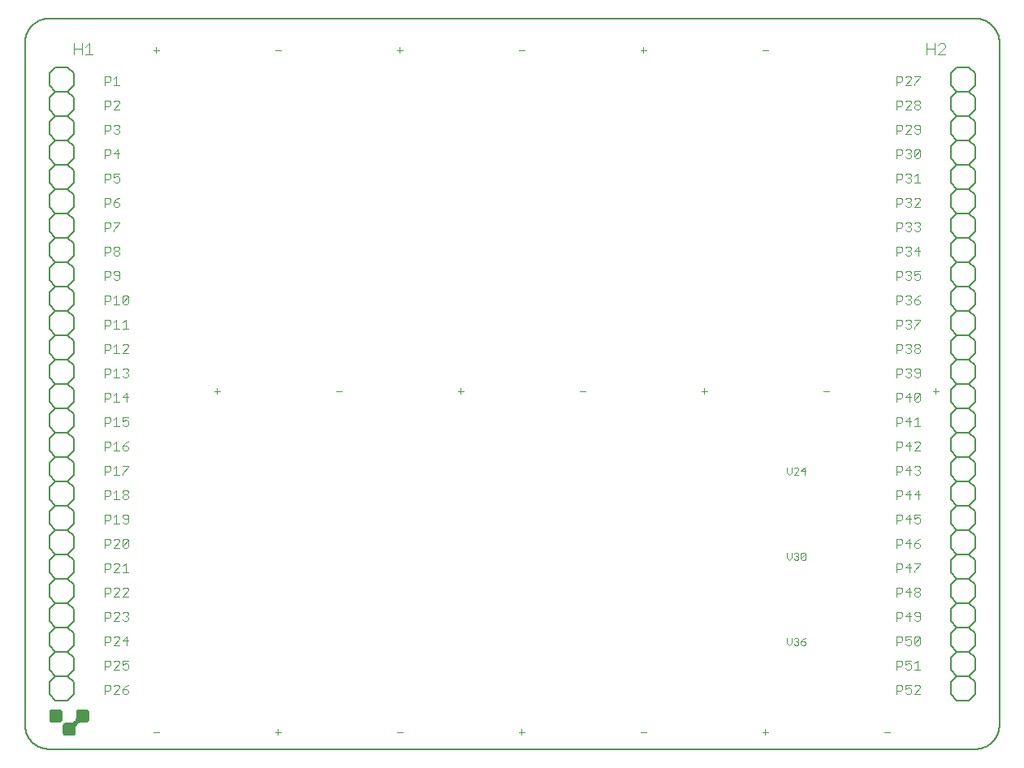
<source format=gto>
G75*
%MOIN*%
%OFA0B0*%
%FSLAX25Y25*%
%IPPOS*%
%LPD*%
%AMOC8*
5,1,8,0,0,1.08239X$1,22.5*
%
%ADD10C,0.00500*%
%ADD11C,0.00600*%
%ADD12C,0.00300*%
%ADD13C,0.00400*%
D10*
X0015000Y0005000D02*
X0395000Y0005000D01*
X0395242Y0005003D01*
X0395483Y0005012D01*
X0395724Y0005026D01*
X0395965Y0005047D01*
X0396205Y0005073D01*
X0396445Y0005105D01*
X0396684Y0005143D01*
X0396921Y0005186D01*
X0397158Y0005236D01*
X0397393Y0005291D01*
X0397627Y0005351D01*
X0397859Y0005418D01*
X0398090Y0005489D01*
X0398319Y0005567D01*
X0398546Y0005650D01*
X0398771Y0005738D01*
X0398994Y0005832D01*
X0399214Y0005931D01*
X0399432Y0006036D01*
X0399647Y0006145D01*
X0399860Y0006260D01*
X0400070Y0006380D01*
X0400276Y0006505D01*
X0400480Y0006635D01*
X0400681Y0006770D01*
X0400878Y0006910D01*
X0401072Y0007054D01*
X0401262Y0007203D01*
X0401448Y0007357D01*
X0401631Y0007515D01*
X0401810Y0007677D01*
X0401985Y0007844D01*
X0402156Y0008015D01*
X0402323Y0008190D01*
X0402485Y0008369D01*
X0402643Y0008552D01*
X0402797Y0008738D01*
X0402946Y0008928D01*
X0403090Y0009122D01*
X0403230Y0009319D01*
X0403365Y0009520D01*
X0403495Y0009724D01*
X0403620Y0009930D01*
X0403740Y0010140D01*
X0403855Y0010353D01*
X0403964Y0010568D01*
X0404069Y0010786D01*
X0404168Y0011006D01*
X0404262Y0011229D01*
X0404350Y0011454D01*
X0404433Y0011681D01*
X0404511Y0011910D01*
X0404582Y0012141D01*
X0404649Y0012373D01*
X0404709Y0012607D01*
X0404764Y0012842D01*
X0404814Y0013079D01*
X0404857Y0013316D01*
X0404895Y0013555D01*
X0404927Y0013795D01*
X0404953Y0014035D01*
X0404974Y0014276D01*
X0404988Y0014517D01*
X0404997Y0014758D01*
X0405000Y0015000D01*
X0405000Y0295000D01*
X0404997Y0295242D01*
X0404988Y0295483D01*
X0404974Y0295724D01*
X0404953Y0295965D01*
X0404927Y0296205D01*
X0404895Y0296445D01*
X0404857Y0296684D01*
X0404814Y0296921D01*
X0404764Y0297158D01*
X0404709Y0297393D01*
X0404649Y0297627D01*
X0404582Y0297859D01*
X0404511Y0298090D01*
X0404433Y0298319D01*
X0404350Y0298546D01*
X0404262Y0298771D01*
X0404168Y0298994D01*
X0404069Y0299214D01*
X0403964Y0299432D01*
X0403855Y0299647D01*
X0403740Y0299860D01*
X0403620Y0300070D01*
X0403495Y0300276D01*
X0403365Y0300480D01*
X0403230Y0300681D01*
X0403090Y0300878D01*
X0402946Y0301072D01*
X0402797Y0301262D01*
X0402643Y0301448D01*
X0402485Y0301631D01*
X0402323Y0301810D01*
X0402156Y0301985D01*
X0401985Y0302156D01*
X0401810Y0302323D01*
X0401631Y0302485D01*
X0401448Y0302643D01*
X0401262Y0302797D01*
X0401072Y0302946D01*
X0400878Y0303090D01*
X0400681Y0303230D01*
X0400480Y0303365D01*
X0400276Y0303495D01*
X0400070Y0303620D01*
X0399860Y0303740D01*
X0399647Y0303855D01*
X0399432Y0303964D01*
X0399214Y0304069D01*
X0398994Y0304168D01*
X0398771Y0304262D01*
X0398546Y0304350D01*
X0398319Y0304433D01*
X0398090Y0304511D01*
X0397859Y0304582D01*
X0397627Y0304649D01*
X0397393Y0304709D01*
X0397158Y0304764D01*
X0396921Y0304814D01*
X0396684Y0304857D01*
X0396445Y0304895D01*
X0396205Y0304927D01*
X0395965Y0304953D01*
X0395724Y0304974D01*
X0395483Y0304988D01*
X0395242Y0304997D01*
X0395000Y0305000D01*
X0015000Y0305000D01*
X0014758Y0304997D01*
X0014517Y0304988D01*
X0014276Y0304974D01*
X0014035Y0304953D01*
X0013795Y0304927D01*
X0013555Y0304895D01*
X0013316Y0304857D01*
X0013079Y0304814D01*
X0012842Y0304764D01*
X0012607Y0304709D01*
X0012373Y0304649D01*
X0012141Y0304582D01*
X0011910Y0304511D01*
X0011681Y0304433D01*
X0011454Y0304350D01*
X0011229Y0304262D01*
X0011006Y0304168D01*
X0010786Y0304069D01*
X0010568Y0303964D01*
X0010353Y0303855D01*
X0010140Y0303740D01*
X0009930Y0303620D01*
X0009724Y0303495D01*
X0009520Y0303365D01*
X0009319Y0303230D01*
X0009122Y0303090D01*
X0008928Y0302946D01*
X0008738Y0302797D01*
X0008552Y0302643D01*
X0008369Y0302485D01*
X0008190Y0302323D01*
X0008015Y0302156D01*
X0007844Y0301985D01*
X0007677Y0301810D01*
X0007515Y0301631D01*
X0007357Y0301448D01*
X0007203Y0301262D01*
X0007054Y0301072D01*
X0006910Y0300878D01*
X0006770Y0300681D01*
X0006635Y0300480D01*
X0006505Y0300276D01*
X0006380Y0300070D01*
X0006260Y0299860D01*
X0006145Y0299647D01*
X0006036Y0299432D01*
X0005931Y0299214D01*
X0005832Y0298994D01*
X0005738Y0298771D01*
X0005650Y0298546D01*
X0005567Y0298319D01*
X0005489Y0298090D01*
X0005418Y0297859D01*
X0005351Y0297627D01*
X0005291Y0297393D01*
X0005236Y0297158D01*
X0005186Y0296921D01*
X0005143Y0296684D01*
X0005105Y0296445D01*
X0005073Y0296205D01*
X0005047Y0295965D01*
X0005026Y0295724D01*
X0005012Y0295483D01*
X0005003Y0295242D01*
X0005000Y0295000D01*
X0005000Y0015000D01*
X0005003Y0014758D01*
X0005012Y0014517D01*
X0005026Y0014276D01*
X0005047Y0014035D01*
X0005073Y0013795D01*
X0005105Y0013555D01*
X0005143Y0013316D01*
X0005186Y0013079D01*
X0005236Y0012842D01*
X0005291Y0012607D01*
X0005351Y0012373D01*
X0005418Y0012141D01*
X0005489Y0011910D01*
X0005567Y0011681D01*
X0005650Y0011454D01*
X0005738Y0011229D01*
X0005832Y0011006D01*
X0005931Y0010786D01*
X0006036Y0010568D01*
X0006145Y0010353D01*
X0006260Y0010140D01*
X0006380Y0009930D01*
X0006505Y0009724D01*
X0006635Y0009520D01*
X0006770Y0009319D01*
X0006910Y0009122D01*
X0007054Y0008928D01*
X0007203Y0008738D01*
X0007357Y0008552D01*
X0007515Y0008369D01*
X0007677Y0008190D01*
X0007844Y0008015D01*
X0008015Y0007844D01*
X0008190Y0007677D01*
X0008369Y0007515D01*
X0008552Y0007357D01*
X0008738Y0007203D01*
X0008928Y0007054D01*
X0009122Y0006910D01*
X0009319Y0006770D01*
X0009520Y0006635D01*
X0009724Y0006505D01*
X0009930Y0006380D01*
X0010140Y0006260D01*
X0010353Y0006145D01*
X0010568Y0006036D01*
X0010786Y0005931D01*
X0011006Y0005832D01*
X0011229Y0005738D01*
X0011454Y0005650D01*
X0011681Y0005567D01*
X0011910Y0005489D01*
X0012141Y0005418D01*
X0012373Y0005351D01*
X0012607Y0005291D01*
X0012842Y0005236D01*
X0013079Y0005186D01*
X0013316Y0005143D01*
X0013555Y0005105D01*
X0013795Y0005073D01*
X0014035Y0005047D01*
X0014276Y0005026D01*
X0014517Y0005012D01*
X0014758Y0005003D01*
X0015000Y0005000D01*
D11*
X0017500Y0025000D02*
X0015000Y0027500D01*
X0015000Y0032500D01*
X0017500Y0035000D01*
X0022500Y0035000D01*
X0025000Y0032500D01*
X0025000Y0027500D01*
X0022500Y0025000D01*
X0017500Y0025000D01*
X0017500Y0035000D02*
X0015000Y0037500D01*
X0015000Y0042500D01*
X0017500Y0045000D01*
X0015000Y0047500D01*
X0015000Y0052500D01*
X0017500Y0055000D01*
X0015000Y0057500D01*
X0015000Y0062500D01*
X0017500Y0065000D01*
X0015000Y0067500D01*
X0015000Y0072500D01*
X0017500Y0075000D01*
X0022500Y0075000D01*
X0025000Y0072500D01*
X0025000Y0067500D01*
X0022500Y0065000D01*
X0025000Y0062500D01*
X0025000Y0057500D01*
X0022500Y0055000D01*
X0025000Y0052500D01*
X0025000Y0047500D01*
X0022500Y0045000D01*
X0025000Y0042500D01*
X0025000Y0037500D01*
X0022500Y0035000D01*
X0022500Y0045000D02*
X0017500Y0045000D01*
X0017500Y0055000D02*
X0022500Y0055000D01*
X0022500Y0065000D02*
X0017500Y0065000D01*
X0017500Y0075000D02*
X0015000Y0077500D01*
X0015000Y0082500D01*
X0017500Y0085000D01*
X0015000Y0087500D01*
X0015000Y0092500D01*
X0017500Y0095000D01*
X0015000Y0097500D01*
X0015000Y0102500D01*
X0017500Y0105000D01*
X0015000Y0107500D01*
X0015000Y0112500D01*
X0017500Y0115000D01*
X0015000Y0117500D01*
X0015000Y0122500D01*
X0017500Y0125000D01*
X0015000Y0127500D01*
X0015000Y0132500D01*
X0017500Y0135000D01*
X0022500Y0135000D01*
X0025000Y0132500D01*
X0025000Y0127500D01*
X0022500Y0125000D01*
X0025000Y0122500D01*
X0025000Y0117500D01*
X0022500Y0115000D01*
X0017500Y0115000D01*
X0022500Y0115000D02*
X0025000Y0112500D01*
X0025000Y0107500D01*
X0022500Y0105000D01*
X0025000Y0102500D01*
X0025000Y0097500D01*
X0022500Y0095000D01*
X0025000Y0092500D01*
X0025000Y0087500D01*
X0022500Y0085000D01*
X0025000Y0082500D01*
X0025000Y0077500D01*
X0022500Y0075000D01*
X0022500Y0085000D02*
X0017500Y0085000D01*
X0017500Y0095000D02*
X0022500Y0095000D01*
X0022500Y0105000D02*
X0017500Y0105000D01*
X0017500Y0125000D02*
X0022500Y0125000D01*
X0022500Y0135000D02*
X0025000Y0137500D01*
X0025000Y0142500D01*
X0022500Y0145000D01*
X0025000Y0147500D01*
X0025000Y0152500D01*
X0022500Y0155000D01*
X0017500Y0155000D01*
X0015000Y0152500D01*
X0015000Y0147500D01*
X0017500Y0145000D01*
X0022500Y0145000D01*
X0017500Y0145000D02*
X0015000Y0142500D01*
X0015000Y0137500D01*
X0017500Y0135000D01*
X0017500Y0155000D02*
X0015000Y0157500D01*
X0015000Y0162500D01*
X0017500Y0165000D01*
X0015000Y0167500D01*
X0015000Y0172500D01*
X0017500Y0175000D01*
X0015000Y0177500D01*
X0015000Y0182500D01*
X0017500Y0185000D01*
X0015000Y0187500D01*
X0015000Y0192500D01*
X0017500Y0195000D01*
X0022500Y0195000D01*
X0025000Y0192500D01*
X0025000Y0187500D01*
X0022500Y0185000D01*
X0025000Y0182500D01*
X0025000Y0177500D01*
X0022500Y0175000D01*
X0025000Y0172500D01*
X0025000Y0167500D01*
X0022500Y0165000D01*
X0025000Y0162500D01*
X0025000Y0157500D01*
X0022500Y0155000D01*
X0022500Y0165000D02*
X0017500Y0165000D01*
X0017500Y0175000D02*
X0022500Y0175000D01*
X0022500Y0185000D02*
X0017500Y0185000D01*
X0017500Y0195000D02*
X0015000Y0197500D01*
X0015000Y0202500D01*
X0017500Y0205000D01*
X0015000Y0207500D01*
X0015000Y0212500D01*
X0017500Y0215000D01*
X0022500Y0215000D01*
X0025000Y0212500D01*
X0025000Y0207500D01*
X0022500Y0205000D01*
X0025000Y0202500D01*
X0025000Y0197500D01*
X0022500Y0195000D01*
X0022500Y0205000D02*
X0017500Y0205000D01*
X0017500Y0215000D02*
X0015000Y0217500D01*
X0015000Y0222500D01*
X0017500Y0225000D01*
X0015000Y0227500D01*
X0015000Y0232500D01*
X0017500Y0235000D01*
X0015000Y0237500D01*
X0015000Y0242500D01*
X0017500Y0245000D01*
X0015000Y0247500D01*
X0015000Y0252500D01*
X0017500Y0255000D01*
X0022500Y0255000D01*
X0025000Y0257500D01*
X0025000Y0262500D01*
X0022500Y0265000D01*
X0025000Y0267500D01*
X0025000Y0272500D01*
X0022500Y0275000D01*
X0025000Y0277500D01*
X0025000Y0282500D01*
X0022500Y0285000D01*
X0017500Y0285000D01*
X0015000Y0282500D01*
X0015000Y0277500D01*
X0017500Y0275000D01*
X0022500Y0275000D01*
X0017500Y0275000D02*
X0015000Y0272500D01*
X0015000Y0267500D01*
X0017500Y0265000D01*
X0022500Y0265000D01*
X0017500Y0265000D02*
X0015000Y0262500D01*
X0015000Y0257500D01*
X0017500Y0255000D01*
X0022500Y0255000D02*
X0025000Y0252500D01*
X0025000Y0247500D01*
X0022500Y0245000D01*
X0025000Y0242500D01*
X0025000Y0237500D01*
X0022500Y0235000D01*
X0025000Y0232500D01*
X0025000Y0227500D01*
X0022500Y0225000D01*
X0025000Y0222500D01*
X0025000Y0217500D01*
X0022500Y0215000D01*
X0022500Y0225000D02*
X0017500Y0225000D01*
X0017500Y0235000D02*
X0022500Y0235000D01*
X0022500Y0245000D02*
X0017500Y0245000D01*
X0385000Y0242500D02*
X0385000Y0237500D01*
X0387500Y0235000D01*
X0392500Y0235000D01*
X0395000Y0237500D01*
X0395000Y0242500D01*
X0392500Y0245000D01*
X0387500Y0245000D01*
X0385000Y0242500D01*
X0387500Y0245000D02*
X0385000Y0247500D01*
X0385000Y0252500D01*
X0387500Y0255000D01*
X0385000Y0257500D01*
X0385000Y0262500D01*
X0387500Y0265000D01*
X0385000Y0267500D01*
X0385000Y0272500D01*
X0387500Y0275000D01*
X0385000Y0277500D01*
X0385000Y0282500D01*
X0387500Y0285000D01*
X0392500Y0285000D01*
X0395000Y0282500D01*
X0395000Y0277500D01*
X0392500Y0275000D01*
X0387500Y0275000D01*
X0392500Y0275000D02*
X0395000Y0272500D01*
X0395000Y0267500D01*
X0392500Y0265000D01*
X0395000Y0262500D01*
X0395000Y0257500D01*
X0392500Y0255000D01*
X0395000Y0252500D01*
X0395000Y0247500D01*
X0392500Y0245000D01*
X0392500Y0255000D02*
X0387500Y0255000D01*
X0387500Y0265000D02*
X0392500Y0265000D01*
X0392500Y0235000D02*
X0395000Y0232500D01*
X0395000Y0227500D01*
X0392500Y0225000D01*
X0395000Y0222500D01*
X0395000Y0217500D01*
X0392500Y0215000D01*
X0395000Y0212500D01*
X0395000Y0207500D01*
X0392500Y0205000D01*
X0395000Y0202500D01*
X0395000Y0197500D01*
X0392500Y0195000D01*
X0395000Y0192500D01*
X0395000Y0187500D01*
X0392500Y0185000D01*
X0395000Y0182500D01*
X0395000Y0177500D01*
X0392500Y0175000D01*
X0387500Y0175000D01*
X0385000Y0177500D01*
X0385000Y0182500D01*
X0387500Y0185000D01*
X0385000Y0187500D01*
X0385000Y0192500D01*
X0387500Y0195000D01*
X0392500Y0195000D01*
X0387500Y0195000D02*
X0385000Y0197500D01*
X0385000Y0202500D01*
X0387500Y0205000D01*
X0385000Y0207500D01*
X0385000Y0212500D01*
X0387500Y0215000D01*
X0385000Y0217500D01*
X0385000Y0222500D01*
X0387500Y0225000D01*
X0385000Y0227500D01*
X0385000Y0232500D01*
X0387500Y0235000D01*
X0387500Y0225000D02*
X0392500Y0225000D01*
X0392500Y0215000D02*
X0387500Y0215000D01*
X0387500Y0205000D02*
X0392500Y0205000D01*
X0392500Y0185000D02*
X0387500Y0185000D01*
X0387500Y0175000D02*
X0385000Y0172500D01*
X0385000Y0167500D01*
X0387500Y0165000D01*
X0385000Y0162500D01*
X0385000Y0157500D01*
X0387500Y0155000D01*
X0392500Y0155000D01*
X0395000Y0157500D01*
X0395000Y0162500D01*
X0392500Y0165000D01*
X0387500Y0165000D01*
X0392500Y0165000D02*
X0395000Y0167500D01*
X0395000Y0172500D01*
X0392500Y0175000D01*
X0392500Y0155000D02*
X0395000Y0152500D01*
X0395000Y0147500D01*
X0392500Y0145000D01*
X0395000Y0142500D01*
X0395000Y0137500D01*
X0392500Y0135000D01*
X0395000Y0132500D01*
X0395000Y0127500D01*
X0392500Y0125000D01*
X0395000Y0122500D01*
X0395000Y0117500D01*
X0392500Y0115000D01*
X0387500Y0115000D01*
X0385000Y0117500D01*
X0385000Y0122500D01*
X0387500Y0125000D01*
X0385000Y0127500D01*
X0385000Y0132500D01*
X0387500Y0135000D01*
X0385000Y0137500D01*
X0385000Y0142500D01*
X0387500Y0145000D01*
X0385000Y0147500D01*
X0385000Y0152500D01*
X0387500Y0155000D01*
X0387500Y0145000D02*
X0392500Y0145000D01*
X0392500Y0135000D02*
X0387500Y0135000D01*
X0387500Y0125000D02*
X0392500Y0125000D01*
X0392500Y0115000D02*
X0395000Y0112500D01*
X0395000Y0107500D01*
X0392500Y0105000D01*
X0395000Y0102500D01*
X0395000Y0097500D01*
X0392500Y0095000D01*
X0387500Y0095000D01*
X0385000Y0097500D01*
X0385000Y0102500D01*
X0387500Y0105000D01*
X0385000Y0107500D01*
X0385000Y0112500D01*
X0387500Y0115000D01*
X0387500Y0105000D02*
X0392500Y0105000D01*
X0392500Y0095000D02*
X0395000Y0092500D01*
X0395000Y0087500D01*
X0392500Y0085000D01*
X0395000Y0082500D01*
X0395000Y0077500D01*
X0392500Y0075000D01*
X0395000Y0072500D01*
X0395000Y0067500D01*
X0392500Y0065000D01*
X0395000Y0062500D01*
X0395000Y0057500D01*
X0392500Y0055000D01*
X0387500Y0055000D01*
X0385000Y0052500D01*
X0385000Y0047500D01*
X0387500Y0045000D01*
X0385000Y0042500D01*
X0385000Y0037500D01*
X0387500Y0035000D01*
X0385000Y0032500D01*
X0385000Y0027500D01*
X0387500Y0025000D01*
X0392500Y0025000D01*
X0395000Y0027500D01*
X0395000Y0032500D01*
X0392500Y0035000D01*
X0387500Y0035000D01*
X0392500Y0035000D02*
X0395000Y0037500D01*
X0395000Y0042500D01*
X0392500Y0045000D01*
X0387500Y0045000D01*
X0392500Y0045000D02*
X0395000Y0047500D01*
X0395000Y0052500D01*
X0392500Y0055000D01*
X0387500Y0055000D02*
X0385000Y0057500D01*
X0385000Y0062500D01*
X0387500Y0065000D01*
X0385000Y0067500D01*
X0385000Y0072500D01*
X0387500Y0075000D01*
X0385000Y0077500D01*
X0385000Y0082500D01*
X0387500Y0085000D01*
X0385000Y0087500D01*
X0385000Y0092500D01*
X0387500Y0095000D01*
X0387500Y0085000D02*
X0392500Y0085000D01*
X0392500Y0075000D02*
X0387500Y0075000D01*
X0387500Y0065000D02*
X0392500Y0065000D01*
D12*
X0372485Y0068267D02*
X0371868Y0067650D01*
X0370633Y0067650D01*
X0370016Y0068267D01*
X0370016Y0068884D01*
X0370633Y0069502D01*
X0371868Y0069502D01*
X0372485Y0068884D01*
X0372485Y0068267D01*
X0371868Y0069502D02*
X0372485Y0070119D01*
X0372485Y0070736D01*
X0371868Y0071353D01*
X0370633Y0071353D01*
X0370016Y0070736D01*
X0370016Y0070119D01*
X0370633Y0069502D01*
X0368802Y0069502D02*
X0366333Y0069502D01*
X0368185Y0071353D01*
X0368185Y0067650D01*
X0365119Y0069502D02*
X0365119Y0070736D01*
X0364502Y0071353D01*
X0362650Y0071353D01*
X0362650Y0067650D01*
X0362650Y0068884D02*
X0364502Y0068884D01*
X0365119Y0069502D01*
X0364502Y0061353D02*
X0365119Y0060736D01*
X0365119Y0059502D01*
X0364502Y0058884D01*
X0362650Y0058884D01*
X0362650Y0057650D02*
X0362650Y0061353D01*
X0364502Y0061353D01*
X0366333Y0059502D02*
X0368802Y0059502D01*
X0370016Y0060119D02*
X0370633Y0059502D01*
X0372485Y0059502D01*
X0372485Y0060736D02*
X0371868Y0061353D01*
X0370633Y0061353D01*
X0370016Y0060736D01*
X0370016Y0060119D01*
X0370016Y0058267D02*
X0370633Y0057650D01*
X0371868Y0057650D01*
X0372485Y0058267D01*
X0372485Y0060736D01*
X0368185Y0061353D02*
X0368185Y0057650D01*
X0366333Y0059502D02*
X0368185Y0061353D01*
X0368802Y0051353D02*
X0366333Y0051353D01*
X0366333Y0049502D01*
X0367568Y0050119D01*
X0368185Y0050119D01*
X0368802Y0049502D01*
X0368802Y0048267D01*
X0368185Y0047650D01*
X0366950Y0047650D01*
X0366333Y0048267D01*
X0365119Y0049502D02*
X0364502Y0048884D01*
X0362650Y0048884D01*
X0362650Y0047650D02*
X0362650Y0051353D01*
X0364502Y0051353D01*
X0365119Y0050736D01*
X0365119Y0049502D01*
X0370016Y0048267D02*
X0370016Y0050736D01*
X0370633Y0051353D01*
X0371868Y0051353D01*
X0372485Y0050736D01*
X0370016Y0048267D01*
X0370633Y0047650D01*
X0371868Y0047650D01*
X0372485Y0048267D01*
X0372485Y0050736D01*
X0371251Y0041353D02*
X0371251Y0037650D01*
X0372485Y0037650D02*
X0370016Y0037650D01*
X0368802Y0038267D02*
X0368185Y0037650D01*
X0366950Y0037650D01*
X0366333Y0038267D01*
X0366333Y0039502D02*
X0367568Y0040119D01*
X0368185Y0040119D01*
X0368802Y0039502D01*
X0368802Y0038267D01*
X0370016Y0040119D02*
X0371251Y0041353D01*
X0368802Y0041353D02*
X0366333Y0041353D01*
X0366333Y0039502D01*
X0365119Y0039502D02*
X0365119Y0040736D01*
X0364502Y0041353D01*
X0362650Y0041353D01*
X0362650Y0037650D01*
X0362650Y0038884D02*
X0364502Y0038884D01*
X0365119Y0039502D01*
X0364502Y0031353D02*
X0365119Y0030736D01*
X0365119Y0029502D01*
X0364502Y0028884D01*
X0362650Y0028884D01*
X0362650Y0027650D02*
X0362650Y0031353D01*
X0364502Y0031353D01*
X0366333Y0031353D02*
X0366333Y0029502D01*
X0367568Y0030119D01*
X0368185Y0030119D01*
X0368802Y0029502D01*
X0368802Y0028267D01*
X0368185Y0027650D01*
X0366950Y0027650D01*
X0366333Y0028267D01*
X0366333Y0031353D02*
X0368802Y0031353D01*
X0370016Y0030736D02*
X0370633Y0031353D01*
X0371868Y0031353D01*
X0372485Y0030736D01*
X0372485Y0030119D01*
X0370016Y0027650D01*
X0372485Y0027650D01*
X0360119Y0012002D02*
X0357650Y0012002D01*
X0310119Y0012002D02*
X0307650Y0012002D01*
X0308884Y0013236D02*
X0308884Y0010767D01*
X0318617Y0047650D02*
X0319585Y0048617D01*
X0319585Y0050552D01*
X0320597Y0050069D02*
X0321080Y0050552D01*
X0322048Y0050552D01*
X0322531Y0050069D01*
X0322531Y0049585D01*
X0322048Y0049101D01*
X0322531Y0048617D01*
X0322531Y0048134D01*
X0322048Y0047650D01*
X0321080Y0047650D01*
X0320597Y0048134D01*
X0321564Y0049101D02*
X0322048Y0049101D01*
X0323543Y0049101D02*
X0324994Y0049101D01*
X0325478Y0048617D01*
X0325478Y0048134D01*
X0324994Y0047650D01*
X0324027Y0047650D01*
X0323543Y0048134D01*
X0323543Y0049101D01*
X0324511Y0050069D01*
X0325478Y0050552D01*
X0318617Y0047650D02*
X0317650Y0048617D01*
X0317650Y0050552D01*
X0318617Y0082650D02*
X0319585Y0083617D01*
X0319585Y0085552D01*
X0320597Y0085069D02*
X0321080Y0085552D01*
X0322048Y0085552D01*
X0322531Y0085069D01*
X0322531Y0084585D01*
X0322048Y0084101D01*
X0322531Y0083617D01*
X0322531Y0083134D01*
X0322048Y0082650D01*
X0321080Y0082650D01*
X0320597Y0083134D01*
X0321564Y0084101D02*
X0322048Y0084101D01*
X0323543Y0083134D02*
X0325478Y0085069D01*
X0325478Y0083134D01*
X0324994Y0082650D01*
X0324027Y0082650D01*
X0323543Y0083134D01*
X0323543Y0085069D01*
X0324027Y0085552D01*
X0324994Y0085552D01*
X0325478Y0085069D01*
X0318617Y0082650D02*
X0317650Y0083617D01*
X0317650Y0085552D01*
X0318617Y0117650D02*
X0319585Y0118617D01*
X0319585Y0120552D01*
X0320597Y0120069D02*
X0321080Y0120552D01*
X0322048Y0120552D01*
X0322531Y0120069D01*
X0322531Y0119585D01*
X0320597Y0117650D01*
X0322531Y0117650D01*
X0323543Y0119101D02*
X0325478Y0119101D01*
X0324994Y0117650D02*
X0324994Y0120552D01*
X0323543Y0119101D01*
X0318617Y0117650D02*
X0317650Y0118617D01*
X0317650Y0120552D01*
X0332650Y0152002D02*
X0335119Y0152002D01*
X0362650Y0151353D02*
X0362650Y0147650D01*
X0362650Y0148884D02*
X0364502Y0148884D01*
X0365119Y0149502D01*
X0365119Y0150736D01*
X0364502Y0151353D01*
X0362650Y0151353D01*
X0366333Y0149502D02*
X0368802Y0149502D01*
X0370016Y0150736D02*
X0370633Y0151353D01*
X0371868Y0151353D01*
X0372485Y0150736D01*
X0370016Y0148267D01*
X0370633Y0147650D01*
X0371868Y0147650D01*
X0372485Y0148267D01*
X0372485Y0150736D01*
X0370016Y0150736D02*
X0370016Y0148267D01*
X0368185Y0147650D02*
X0368185Y0151353D01*
X0366333Y0149502D01*
X0364502Y0141353D02*
X0365119Y0140736D01*
X0365119Y0139502D01*
X0364502Y0138884D01*
X0362650Y0138884D01*
X0362650Y0137650D02*
X0362650Y0141353D01*
X0364502Y0141353D01*
X0366333Y0139502D02*
X0368802Y0139502D01*
X0370016Y0140119D02*
X0371251Y0141353D01*
X0371251Y0137650D01*
X0372485Y0137650D02*
X0370016Y0137650D01*
X0368185Y0137650D02*
X0368185Y0141353D01*
X0366333Y0139502D01*
X0364502Y0131353D02*
X0365119Y0130736D01*
X0365119Y0129502D01*
X0364502Y0128884D01*
X0362650Y0128884D01*
X0362650Y0127650D02*
X0362650Y0131353D01*
X0364502Y0131353D01*
X0366333Y0129502D02*
X0368802Y0129502D01*
X0370016Y0130736D02*
X0370633Y0131353D01*
X0371868Y0131353D01*
X0372485Y0130736D01*
X0372485Y0130119D01*
X0370016Y0127650D01*
X0372485Y0127650D01*
X0368185Y0127650D02*
X0368185Y0131353D01*
X0366333Y0129502D01*
X0364502Y0121353D02*
X0365119Y0120736D01*
X0365119Y0119502D01*
X0364502Y0118884D01*
X0362650Y0118884D01*
X0362650Y0117650D02*
X0362650Y0121353D01*
X0364502Y0121353D01*
X0366333Y0119502D02*
X0368802Y0119502D01*
X0370016Y0120736D02*
X0370633Y0121353D01*
X0371868Y0121353D01*
X0372485Y0120736D01*
X0372485Y0120119D01*
X0371868Y0119502D01*
X0372485Y0118884D01*
X0372485Y0118267D01*
X0371868Y0117650D01*
X0370633Y0117650D01*
X0370016Y0118267D01*
X0371251Y0119502D02*
X0371868Y0119502D01*
X0368185Y0121353D02*
X0368185Y0117650D01*
X0366333Y0119502D02*
X0368185Y0121353D01*
X0368185Y0111353D02*
X0366333Y0109502D01*
X0368802Y0109502D01*
X0370016Y0109502D02*
X0371868Y0111353D01*
X0371868Y0107650D01*
X0372485Y0109502D02*
X0370016Y0109502D01*
X0368185Y0111353D02*
X0368185Y0107650D01*
X0365119Y0109502D02*
X0365119Y0110736D01*
X0364502Y0111353D01*
X0362650Y0111353D01*
X0362650Y0107650D01*
X0362650Y0108884D02*
X0364502Y0108884D01*
X0365119Y0109502D01*
X0364502Y0101353D02*
X0365119Y0100736D01*
X0365119Y0099502D01*
X0364502Y0098884D01*
X0362650Y0098884D01*
X0362650Y0097650D02*
X0362650Y0101353D01*
X0364502Y0101353D01*
X0366333Y0099502D02*
X0368802Y0099502D01*
X0370016Y0099502D02*
X0370016Y0101353D01*
X0372485Y0101353D01*
X0371868Y0100119D02*
X0372485Y0099502D01*
X0372485Y0098267D01*
X0371868Y0097650D01*
X0370633Y0097650D01*
X0370016Y0098267D01*
X0370016Y0099502D02*
X0371251Y0100119D01*
X0371868Y0100119D01*
X0368185Y0101353D02*
X0368185Y0097650D01*
X0366333Y0099502D02*
X0368185Y0101353D01*
X0368185Y0091353D02*
X0366333Y0089502D01*
X0368802Y0089502D01*
X0370016Y0089502D02*
X0370016Y0088267D01*
X0370633Y0087650D01*
X0371868Y0087650D01*
X0372485Y0088267D01*
X0372485Y0088884D01*
X0371868Y0089502D01*
X0370016Y0089502D01*
X0371251Y0090736D01*
X0372485Y0091353D01*
X0368185Y0091353D02*
X0368185Y0087650D01*
X0365119Y0089502D02*
X0364502Y0088884D01*
X0362650Y0088884D01*
X0362650Y0087650D02*
X0362650Y0091353D01*
X0364502Y0091353D01*
X0365119Y0090736D01*
X0365119Y0089502D01*
X0364502Y0081353D02*
X0365119Y0080736D01*
X0365119Y0079502D01*
X0364502Y0078884D01*
X0362650Y0078884D01*
X0362650Y0077650D02*
X0362650Y0081353D01*
X0364502Y0081353D01*
X0366333Y0079502D02*
X0368802Y0079502D01*
X0370016Y0078267D02*
X0372485Y0080736D01*
X0372485Y0081353D01*
X0370016Y0081353D01*
X0368185Y0081353D02*
X0366333Y0079502D01*
X0368185Y0081353D02*
X0368185Y0077650D01*
X0370016Y0077650D02*
X0370016Y0078267D01*
X0378884Y0150767D02*
X0378884Y0153236D01*
X0377650Y0152002D02*
X0380119Y0152002D01*
X0372485Y0158267D02*
X0372485Y0160736D01*
X0371868Y0161353D01*
X0370633Y0161353D01*
X0370016Y0160736D01*
X0370016Y0160119D01*
X0370633Y0159502D01*
X0372485Y0159502D01*
X0372485Y0158267D02*
X0371868Y0157650D01*
X0370633Y0157650D01*
X0370016Y0158267D01*
X0368802Y0158267D02*
X0368185Y0157650D01*
X0366950Y0157650D01*
X0366333Y0158267D01*
X0365119Y0159502D02*
X0364502Y0158884D01*
X0362650Y0158884D01*
X0362650Y0157650D02*
X0362650Y0161353D01*
X0364502Y0161353D01*
X0365119Y0160736D01*
X0365119Y0159502D01*
X0366333Y0160736D02*
X0366950Y0161353D01*
X0368185Y0161353D01*
X0368802Y0160736D01*
X0368802Y0160119D01*
X0368185Y0159502D01*
X0368802Y0158884D01*
X0368802Y0158267D01*
X0368185Y0159502D02*
X0367568Y0159502D01*
X0368185Y0167650D02*
X0366950Y0167650D01*
X0366333Y0168267D01*
X0365119Y0169502D02*
X0364502Y0168884D01*
X0362650Y0168884D01*
X0362650Y0167650D02*
X0362650Y0171353D01*
X0364502Y0171353D01*
X0365119Y0170736D01*
X0365119Y0169502D01*
X0366333Y0170736D02*
X0366950Y0171353D01*
X0368185Y0171353D01*
X0368802Y0170736D01*
X0368802Y0170119D01*
X0368185Y0169502D01*
X0368802Y0168884D01*
X0368802Y0168267D01*
X0368185Y0167650D01*
X0368185Y0169502D02*
X0367568Y0169502D01*
X0370016Y0170119D02*
X0370016Y0170736D01*
X0370633Y0171353D01*
X0371868Y0171353D01*
X0372485Y0170736D01*
X0372485Y0170119D01*
X0371868Y0169502D01*
X0370633Y0169502D01*
X0370016Y0170119D01*
X0370633Y0169502D02*
X0370016Y0168884D01*
X0370016Y0168267D01*
X0370633Y0167650D01*
X0371868Y0167650D01*
X0372485Y0168267D01*
X0372485Y0168884D01*
X0371868Y0169502D01*
X0370016Y0177650D02*
X0370016Y0178267D01*
X0372485Y0180736D01*
X0372485Y0181353D01*
X0370016Y0181353D01*
X0368802Y0180736D02*
X0368802Y0180119D01*
X0368185Y0179502D01*
X0368802Y0178884D01*
X0368802Y0178267D01*
X0368185Y0177650D01*
X0366950Y0177650D01*
X0366333Y0178267D01*
X0365119Y0179502D02*
X0365119Y0180736D01*
X0364502Y0181353D01*
X0362650Y0181353D01*
X0362650Y0177650D01*
X0362650Y0178884D02*
X0364502Y0178884D01*
X0365119Y0179502D01*
X0366333Y0180736D02*
X0366950Y0181353D01*
X0368185Y0181353D01*
X0368802Y0180736D01*
X0368185Y0179502D02*
X0367568Y0179502D01*
X0368185Y0187650D02*
X0366950Y0187650D01*
X0366333Y0188267D01*
X0365119Y0189502D02*
X0365119Y0190736D01*
X0364502Y0191353D01*
X0362650Y0191353D01*
X0362650Y0187650D01*
X0362650Y0188884D02*
X0364502Y0188884D01*
X0365119Y0189502D01*
X0366333Y0190736D02*
X0366950Y0191353D01*
X0368185Y0191353D01*
X0368802Y0190736D01*
X0368802Y0190119D01*
X0368185Y0189502D01*
X0368802Y0188884D01*
X0368802Y0188267D01*
X0368185Y0187650D01*
X0368185Y0189502D02*
X0367568Y0189502D01*
X0370016Y0189502D02*
X0371251Y0190736D01*
X0372485Y0191353D01*
X0371868Y0189502D02*
X0370016Y0189502D01*
X0370016Y0188267D01*
X0370633Y0187650D01*
X0371868Y0187650D01*
X0372485Y0188267D01*
X0372485Y0188884D01*
X0371868Y0189502D01*
X0371868Y0197650D02*
X0370633Y0197650D01*
X0370016Y0198267D01*
X0368802Y0198267D02*
X0368185Y0197650D01*
X0366950Y0197650D01*
X0366333Y0198267D01*
X0365119Y0199502D02*
X0364502Y0198884D01*
X0362650Y0198884D01*
X0362650Y0197650D02*
X0362650Y0201353D01*
X0364502Y0201353D01*
X0365119Y0200736D01*
X0365119Y0199502D01*
X0366333Y0200736D02*
X0366950Y0201353D01*
X0368185Y0201353D01*
X0368802Y0200736D01*
X0368802Y0200119D01*
X0368185Y0199502D01*
X0368802Y0198884D01*
X0368802Y0198267D01*
X0368185Y0199502D02*
X0367568Y0199502D01*
X0370016Y0199502D02*
X0371251Y0200119D01*
X0371868Y0200119D01*
X0372485Y0199502D01*
X0372485Y0198267D01*
X0371868Y0197650D01*
X0370016Y0199502D02*
X0370016Y0201353D01*
X0372485Y0201353D01*
X0371868Y0207650D02*
X0371868Y0211353D01*
X0370016Y0209502D01*
X0372485Y0209502D01*
X0368802Y0210119D02*
X0368185Y0209502D01*
X0368802Y0208884D01*
X0368802Y0208267D01*
X0368185Y0207650D01*
X0366950Y0207650D01*
X0366333Y0208267D01*
X0365119Y0209502D02*
X0364502Y0208884D01*
X0362650Y0208884D01*
X0362650Y0207650D02*
X0362650Y0211353D01*
X0364502Y0211353D01*
X0365119Y0210736D01*
X0365119Y0209502D01*
X0366333Y0210736D02*
X0366950Y0211353D01*
X0368185Y0211353D01*
X0368802Y0210736D01*
X0368802Y0210119D01*
X0368185Y0209502D02*
X0367568Y0209502D01*
X0368185Y0217650D02*
X0366950Y0217650D01*
X0366333Y0218267D01*
X0365119Y0219502D02*
X0365119Y0220736D01*
X0364502Y0221353D01*
X0362650Y0221353D01*
X0362650Y0217650D01*
X0362650Y0218884D02*
X0364502Y0218884D01*
X0365119Y0219502D01*
X0366333Y0220736D02*
X0366950Y0221353D01*
X0368185Y0221353D01*
X0368802Y0220736D01*
X0368802Y0220119D01*
X0368185Y0219502D01*
X0368802Y0218884D01*
X0368802Y0218267D01*
X0368185Y0217650D01*
X0368185Y0219502D02*
X0367568Y0219502D01*
X0370016Y0220736D02*
X0370633Y0221353D01*
X0371868Y0221353D01*
X0372485Y0220736D01*
X0372485Y0220119D01*
X0371868Y0219502D01*
X0372485Y0218884D01*
X0372485Y0218267D01*
X0371868Y0217650D01*
X0370633Y0217650D01*
X0370016Y0218267D01*
X0371251Y0219502D02*
X0371868Y0219502D01*
X0372485Y0227650D02*
X0370016Y0227650D01*
X0372485Y0230119D01*
X0372485Y0230736D01*
X0371868Y0231353D01*
X0370633Y0231353D01*
X0370016Y0230736D01*
X0368802Y0230736D02*
X0368802Y0230119D01*
X0368185Y0229502D01*
X0368802Y0228884D01*
X0368802Y0228267D01*
X0368185Y0227650D01*
X0366950Y0227650D01*
X0366333Y0228267D01*
X0365119Y0229502D02*
X0365119Y0230736D01*
X0364502Y0231353D01*
X0362650Y0231353D01*
X0362650Y0227650D01*
X0362650Y0228884D02*
X0364502Y0228884D01*
X0365119Y0229502D01*
X0366333Y0230736D02*
X0366950Y0231353D01*
X0368185Y0231353D01*
X0368802Y0230736D01*
X0368185Y0229502D02*
X0367568Y0229502D01*
X0368185Y0237650D02*
X0366950Y0237650D01*
X0366333Y0238267D01*
X0365119Y0239502D02*
X0364502Y0238884D01*
X0362650Y0238884D01*
X0362650Y0237650D02*
X0362650Y0241353D01*
X0364502Y0241353D01*
X0365119Y0240736D01*
X0365119Y0239502D01*
X0366333Y0240736D02*
X0366950Y0241353D01*
X0368185Y0241353D01*
X0368802Y0240736D01*
X0368802Y0240119D01*
X0368185Y0239502D01*
X0368802Y0238884D01*
X0368802Y0238267D01*
X0368185Y0237650D01*
X0370016Y0237650D02*
X0372485Y0237650D01*
X0371251Y0237650D02*
X0371251Y0241353D01*
X0370016Y0240119D01*
X0368185Y0239502D02*
X0367568Y0239502D01*
X0368185Y0247650D02*
X0366950Y0247650D01*
X0366333Y0248267D01*
X0365119Y0249502D02*
X0364502Y0248884D01*
X0362650Y0248884D01*
X0362650Y0247650D02*
X0362650Y0251353D01*
X0364502Y0251353D01*
X0365119Y0250736D01*
X0365119Y0249502D01*
X0366333Y0250736D02*
X0366950Y0251353D01*
X0368185Y0251353D01*
X0368802Y0250736D01*
X0368802Y0250119D01*
X0368185Y0249502D01*
X0368802Y0248884D01*
X0368802Y0248267D01*
X0368185Y0247650D01*
X0368185Y0249502D02*
X0367568Y0249502D01*
X0370016Y0250736D02*
X0370633Y0251353D01*
X0371868Y0251353D01*
X0372485Y0250736D01*
X0370016Y0248267D01*
X0370633Y0247650D01*
X0371868Y0247650D01*
X0372485Y0248267D01*
X0372485Y0250736D01*
X0370016Y0250736D02*
X0370016Y0248267D01*
X0370633Y0257650D02*
X0371868Y0257650D01*
X0372485Y0258267D01*
X0372485Y0260736D01*
X0371868Y0261353D01*
X0370633Y0261353D01*
X0370016Y0260736D01*
X0370016Y0260119D01*
X0370633Y0259502D01*
X0372485Y0259502D01*
X0370633Y0257650D02*
X0370016Y0258267D01*
X0368802Y0257650D02*
X0366333Y0257650D01*
X0368802Y0260119D01*
X0368802Y0260736D01*
X0368185Y0261353D01*
X0366950Y0261353D01*
X0366333Y0260736D01*
X0365119Y0260736D02*
X0365119Y0259502D01*
X0364502Y0258884D01*
X0362650Y0258884D01*
X0362650Y0257650D02*
X0362650Y0261353D01*
X0364502Y0261353D01*
X0365119Y0260736D01*
X0366333Y0267650D02*
X0368802Y0270119D01*
X0368802Y0270736D01*
X0368185Y0271353D01*
X0366950Y0271353D01*
X0366333Y0270736D01*
X0365119Y0270736D02*
X0365119Y0269502D01*
X0364502Y0268884D01*
X0362650Y0268884D01*
X0362650Y0267650D02*
X0362650Y0271353D01*
X0364502Y0271353D01*
X0365119Y0270736D01*
X0366333Y0267650D02*
X0368802Y0267650D01*
X0370016Y0268267D02*
X0370016Y0268884D01*
X0370633Y0269502D01*
X0371868Y0269502D01*
X0372485Y0268884D01*
X0372485Y0268267D01*
X0371868Y0267650D01*
X0370633Y0267650D01*
X0370016Y0268267D01*
X0370633Y0269502D02*
X0370016Y0270119D01*
X0370016Y0270736D01*
X0370633Y0271353D01*
X0371868Y0271353D01*
X0372485Y0270736D01*
X0372485Y0270119D01*
X0371868Y0269502D01*
X0370016Y0277650D02*
X0370016Y0278267D01*
X0372485Y0280736D01*
X0372485Y0281353D01*
X0370016Y0281353D01*
X0368802Y0280736D02*
X0368185Y0281353D01*
X0366950Y0281353D01*
X0366333Y0280736D01*
X0365119Y0280736D02*
X0365119Y0279502D01*
X0364502Y0278884D01*
X0362650Y0278884D01*
X0362650Y0277650D02*
X0362650Y0281353D01*
X0364502Y0281353D01*
X0365119Y0280736D01*
X0366333Y0277650D02*
X0368802Y0280119D01*
X0368802Y0280736D01*
X0368802Y0277650D02*
X0366333Y0277650D01*
X0310119Y0292002D02*
X0307650Y0292002D01*
X0260119Y0292002D02*
X0257650Y0292002D01*
X0258884Y0293236D02*
X0258884Y0290767D01*
X0210119Y0292002D02*
X0207650Y0292002D01*
X0160119Y0292002D02*
X0157650Y0292002D01*
X0158884Y0293236D02*
X0158884Y0290767D01*
X0110119Y0292002D02*
X0107650Y0292002D01*
X0060119Y0292002D02*
X0057650Y0292002D01*
X0058884Y0293236D02*
X0058884Y0290767D01*
X0042568Y0281353D02*
X0042568Y0277650D01*
X0043802Y0277650D02*
X0041333Y0277650D01*
X0039502Y0278884D02*
X0037650Y0278884D01*
X0037650Y0277650D02*
X0037650Y0281353D01*
X0039502Y0281353D01*
X0040119Y0280736D01*
X0040119Y0279502D01*
X0039502Y0278884D01*
X0041333Y0280119D02*
X0042568Y0281353D01*
X0043185Y0271353D02*
X0041950Y0271353D01*
X0041333Y0270736D01*
X0040119Y0270736D02*
X0040119Y0269502D01*
X0039502Y0268884D01*
X0037650Y0268884D01*
X0037650Y0267650D02*
X0037650Y0271353D01*
X0039502Y0271353D01*
X0040119Y0270736D01*
X0043185Y0271353D02*
X0043802Y0270736D01*
X0043802Y0270119D01*
X0041333Y0267650D01*
X0043802Y0267650D01*
X0043185Y0261353D02*
X0043802Y0260736D01*
X0043802Y0260119D01*
X0043185Y0259502D01*
X0043802Y0258884D01*
X0043802Y0258267D01*
X0043185Y0257650D01*
X0041950Y0257650D01*
X0041333Y0258267D01*
X0040119Y0259502D02*
X0040119Y0260736D01*
X0039502Y0261353D01*
X0037650Y0261353D01*
X0037650Y0257650D01*
X0037650Y0258884D02*
X0039502Y0258884D01*
X0040119Y0259502D01*
X0041333Y0260736D02*
X0041950Y0261353D01*
X0043185Y0261353D01*
X0043185Y0259502D02*
X0042568Y0259502D01*
X0043185Y0251353D02*
X0041333Y0249502D01*
X0043802Y0249502D01*
X0043185Y0251353D02*
X0043185Y0247650D01*
X0040119Y0249502D02*
X0039502Y0248884D01*
X0037650Y0248884D01*
X0037650Y0247650D02*
X0037650Y0251353D01*
X0039502Y0251353D01*
X0040119Y0250736D01*
X0040119Y0249502D01*
X0039502Y0241353D02*
X0040119Y0240736D01*
X0040119Y0239502D01*
X0039502Y0238884D01*
X0037650Y0238884D01*
X0037650Y0237650D02*
X0037650Y0241353D01*
X0039502Y0241353D01*
X0041333Y0241353D02*
X0041333Y0239502D01*
X0042568Y0240119D01*
X0043185Y0240119D01*
X0043802Y0239502D01*
X0043802Y0238267D01*
X0043185Y0237650D01*
X0041950Y0237650D01*
X0041333Y0238267D01*
X0041333Y0241353D02*
X0043802Y0241353D01*
X0043802Y0231353D02*
X0042568Y0230736D01*
X0041333Y0229502D01*
X0043185Y0229502D01*
X0043802Y0228884D01*
X0043802Y0228267D01*
X0043185Y0227650D01*
X0041950Y0227650D01*
X0041333Y0228267D01*
X0041333Y0229502D01*
X0040119Y0229502D02*
X0040119Y0230736D01*
X0039502Y0231353D01*
X0037650Y0231353D01*
X0037650Y0227650D01*
X0037650Y0228884D02*
X0039502Y0228884D01*
X0040119Y0229502D01*
X0039502Y0221353D02*
X0040119Y0220736D01*
X0040119Y0219502D01*
X0039502Y0218884D01*
X0037650Y0218884D01*
X0037650Y0217650D02*
X0037650Y0221353D01*
X0039502Y0221353D01*
X0041333Y0221353D02*
X0043802Y0221353D01*
X0043802Y0220736D01*
X0041333Y0218267D01*
X0041333Y0217650D01*
X0041950Y0211353D02*
X0043185Y0211353D01*
X0043802Y0210736D01*
X0043802Y0210119D01*
X0043185Y0209502D01*
X0041950Y0209502D01*
X0041333Y0210119D01*
X0041333Y0210736D01*
X0041950Y0211353D01*
X0041950Y0209502D02*
X0041333Y0208884D01*
X0041333Y0208267D01*
X0041950Y0207650D01*
X0043185Y0207650D01*
X0043802Y0208267D01*
X0043802Y0208884D01*
X0043185Y0209502D01*
X0040119Y0209502D02*
X0039502Y0208884D01*
X0037650Y0208884D01*
X0037650Y0207650D02*
X0037650Y0211353D01*
X0039502Y0211353D01*
X0040119Y0210736D01*
X0040119Y0209502D01*
X0039502Y0201353D02*
X0040119Y0200736D01*
X0040119Y0199502D01*
X0039502Y0198884D01*
X0037650Y0198884D01*
X0037650Y0197650D02*
X0037650Y0201353D01*
X0039502Y0201353D01*
X0041333Y0200736D02*
X0041333Y0200119D01*
X0041950Y0199502D01*
X0043802Y0199502D01*
X0043802Y0200736D02*
X0043185Y0201353D01*
X0041950Y0201353D01*
X0041333Y0200736D01*
X0041333Y0198267D02*
X0041950Y0197650D01*
X0043185Y0197650D01*
X0043802Y0198267D01*
X0043802Y0200736D01*
X0042568Y0191353D02*
X0042568Y0187650D01*
X0043802Y0187650D02*
X0041333Y0187650D01*
X0039502Y0188884D02*
X0037650Y0188884D01*
X0037650Y0187650D02*
X0037650Y0191353D01*
X0039502Y0191353D01*
X0040119Y0190736D01*
X0040119Y0189502D01*
X0039502Y0188884D01*
X0041333Y0190119D02*
X0042568Y0191353D01*
X0045016Y0190736D02*
X0045016Y0188267D01*
X0047485Y0190736D01*
X0047485Y0188267D01*
X0046868Y0187650D01*
X0045633Y0187650D01*
X0045016Y0188267D01*
X0045016Y0190736D02*
X0045633Y0191353D01*
X0046868Y0191353D01*
X0047485Y0190736D01*
X0046251Y0181353D02*
X0046251Y0177650D01*
X0047485Y0177650D02*
X0045016Y0177650D01*
X0043802Y0177650D02*
X0041333Y0177650D01*
X0042568Y0177650D02*
X0042568Y0181353D01*
X0041333Y0180119D01*
X0040119Y0180736D02*
X0040119Y0179502D01*
X0039502Y0178884D01*
X0037650Y0178884D01*
X0037650Y0177650D02*
X0037650Y0181353D01*
X0039502Y0181353D01*
X0040119Y0180736D01*
X0045016Y0180119D02*
X0046251Y0181353D01*
X0046868Y0171353D02*
X0045633Y0171353D01*
X0045016Y0170736D01*
X0046868Y0171353D02*
X0047485Y0170736D01*
X0047485Y0170119D01*
X0045016Y0167650D01*
X0047485Y0167650D01*
X0043802Y0167650D02*
X0041333Y0167650D01*
X0042568Y0167650D02*
X0042568Y0171353D01*
X0041333Y0170119D01*
X0040119Y0170736D02*
X0040119Y0169502D01*
X0039502Y0168884D01*
X0037650Y0168884D01*
X0037650Y0167650D02*
X0037650Y0171353D01*
X0039502Y0171353D01*
X0040119Y0170736D01*
X0039502Y0161353D02*
X0040119Y0160736D01*
X0040119Y0159502D01*
X0039502Y0158884D01*
X0037650Y0158884D01*
X0037650Y0157650D02*
X0037650Y0161353D01*
X0039502Y0161353D01*
X0041333Y0160119D02*
X0042568Y0161353D01*
X0042568Y0157650D01*
X0043802Y0157650D02*
X0041333Y0157650D01*
X0045016Y0158267D02*
X0045633Y0157650D01*
X0046868Y0157650D01*
X0047485Y0158267D01*
X0047485Y0158884D01*
X0046868Y0159502D01*
X0046251Y0159502D01*
X0046868Y0159502D02*
X0047485Y0160119D01*
X0047485Y0160736D01*
X0046868Y0161353D01*
X0045633Y0161353D01*
X0045016Y0160736D01*
X0046868Y0151353D02*
X0045016Y0149502D01*
X0047485Y0149502D01*
X0046868Y0151353D02*
X0046868Y0147650D01*
X0043802Y0147650D02*
X0041333Y0147650D01*
X0042568Y0147650D02*
X0042568Y0151353D01*
X0041333Y0150119D01*
X0040119Y0150736D02*
X0040119Y0149502D01*
X0039502Y0148884D01*
X0037650Y0148884D01*
X0037650Y0147650D02*
X0037650Y0151353D01*
X0039502Y0151353D01*
X0040119Y0150736D01*
X0039502Y0141353D02*
X0040119Y0140736D01*
X0040119Y0139502D01*
X0039502Y0138884D01*
X0037650Y0138884D01*
X0037650Y0137650D02*
X0037650Y0141353D01*
X0039502Y0141353D01*
X0041333Y0140119D02*
X0042568Y0141353D01*
X0042568Y0137650D01*
X0043802Y0137650D02*
X0041333Y0137650D01*
X0045016Y0138267D02*
X0045633Y0137650D01*
X0046868Y0137650D01*
X0047485Y0138267D01*
X0047485Y0139502D01*
X0046868Y0140119D01*
X0046251Y0140119D01*
X0045016Y0139502D01*
X0045016Y0141353D01*
X0047485Y0141353D01*
X0047485Y0131353D02*
X0046251Y0130736D01*
X0045016Y0129502D01*
X0046868Y0129502D01*
X0047485Y0128884D01*
X0047485Y0128267D01*
X0046868Y0127650D01*
X0045633Y0127650D01*
X0045016Y0128267D01*
X0045016Y0129502D01*
X0043802Y0127650D02*
X0041333Y0127650D01*
X0042568Y0127650D02*
X0042568Y0131353D01*
X0041333Y0130119D01*
X0040119Y0130736D02*
X0040119Y0129502D01*
X0039502Y0128884D01*
X0037650Y0128884D01*
X0037650Y0127650D02*
X0037650Y0131353D01*
X0039502Y0131353D01*
X0040119Y0130736D01*
X0039502Y0121353D02*
X0040119Y0120736D01*
X0040119Y0119502D01*
X0039502Y0118884D01*
X0037650Y0118884D01*
X0037650Y0117650D02*
X0037650Y0121353D01*
X0039502Y0121353D01*
X0041333Y0120119D02*
X0042568Y0121353D01*
X0042568Y0117650D01*
X0043802Y0117650D02*
X0041333Y0117650D01*
X0045016Y0117650D02*
X0045016Y0118267D01*
X0047485Y0120736D01*
X0047485Y0121353D01*
X0045016Y0121353D01*
X0045633Y0111353D02*
X0046868Y0111353D01*
X0047485Y0110736D01*
X0047485Y0110119D01*
X0046868Y0109502D01*
X0045633Y0109502D01*
X0045016Y0110119D01*
X0045016Y0110736D01*
X0045633Y0111353D01*
X0045633Y0109502D02*
X0045016Y0108884D01*
X0045016Y0108267D01*
X0045633Y0107650D01*
X0046868Y0107650D01*
X0047485Y0108267D01*
X0047485Y0108884D01*
X0046868Y0109502D01*
X0043802Y0107650D02*
X0041333Y0107650D01*
X0042568Y0107650D02*
X0042568Y0111353D01*
X0041333Y0110119D01*
X0040119Y0110736D02*
X0040119Y0109502D01*
X0039502Y0108884D01*
X0037650Y0108884D01*
X0037650Y0107650D02*
X0037650Y0111353D01*
X0039502Y0111353D01*
X0040119Y0110736D01*
X0039502Y0101353D02*
X0040119Y0100736D01*
X0040119Y0099502D01*
X0039502Y0098884D01*
X0037650Y0098884D01*
X0037650Y0097650D02*
X0037650Y0101353D01*
X0039502Y0101353D01*
X0041333Y0100119D02*
X0042568Y0101353D01*
X0042568Y0097650D01*
X0043802Y0097650D02*
X0041333Y0097650D01*
X0045016Y0098267D02*
X0045633Y0097650D01*
X0046868Y0097650D01*
X0047485Y0098267D01*
X0047485Y0100736D01*
X0046868Y0101353D01*
X0045633Y0101353D01*
X0045016Y0100736D01*
X0045016Y0100119D01*
X0045633Y0099502D01*
X0047485Y0099502D01*
X0046868Y0091353D02*
X0047485Y0090736D01*
X0045016Y0088267D01*
X0045633Y0087650D01*
X0046868Y0087650D01*
X0047485Y0088267D01*
X0047485Y0090736D01*
X0046868Y0091353D02*
X0045633Y0091353D01*
X0045016Y0090736D01*
X0045016Y0088267D01*
X0043802Y0087650D02*
X0041333Y0087650D01*
X0043802Y0090119D01*
X0043802Y0090736D01*
X0043185Y0091353D01*
X0041950Y0091353D01*
X0041333Y0090736D01*
X0040119Y0090736D02*
X0040119Y0089502D01*
X0039502Y0088884D01*
X0037650Y0088884D01*
X0037650Y0087650D02*
X0037650Y0091353D01*
X0039502Y0091353D01*
X0040119Y0090736D01*
X0039502Y0081353D02*
X0040119Y0080736D01*
X0040119Y0079502D01*
X0039502Y0078884D01*
X0037650Y0078884D01*
X0037650Y0077650D02*
X0037650Y0081353D01*
X0039502Y0081353D01*
X0041333Y0080736D02*
X0041950Y0081353D01*
X0043185Y0081353D01*
X0043802Y0080736D01*
X0043802Y0080119D01*
X0041333Y0077650D01*
X0043802Y0077650D01*
X0045016Y0077650D02*
X0047485Y0077650D01*
X0046251Y0077650D02*
X0046251Y0081353D01*
X0045016Y0080119D01*
X0045633Y0071353D02*
X0045016Y0070736D01*
X0045633Y0071353D02*
X0046868Y0071353D01*
X0047485Y0070736D01*
X0047485Y0070119D01*
X0045016Y0067650D01*
X0047485Y0067650D01*
X0043802Y0067650D02*
X0041333Y0067650D01*
X0043802Y0070119D01*
X0043802Y0070736D01*
X0043185Y0071353D01*
X0041950Y0071353D01*
X0041333Y0070736D01*
X0040119Y0070736D02*
X0040119Y0069502D01*
X0039502Y0068884D01*
X0037650Y0068884D01*
X0037650Y0067650D02*
X0037650Y0071353D01*
X0039502Y0071353D01*
X0040119Y0070736D01*
X0039502Y0061353D02*
X0040119Y0060736D01*
X0040119Y0059502D01*
X0039502Y0058884D01*
X0037650Y0058884D01*
X0037650Y0057650D02*
X0037650Y0061353D01*
X0039502Y0061353D01*
X0041333Y0060736D02*
X0041950Y0061353D01*
X0043185Y0061353D01*
X0043802Y0060736D01*
X0043802Y0060119D01*
X0041333Y0057650D01*
X0043802Y0057650D01*
X0045016Y0058267D02*
X0045633Y0057650D01*
X0046868Y0057650D01*
X0047485Y0058267D01*
X0047485Y0058884D01*
X0046868Y0059502D01*
X0046251Y0059502D01*
X0046868Y0059502D02*
X0047485Y0060119D01*
X0047485Y0060736D01*
X0046868Y0061353D01*
X0045633Y0061353D01*
X0045016Y0060736D01*
X0043185Y0051353D02*
X0041950Y0051353D01*
X0041333Y0050736D01*
X0040119Y0050736D02*
X0040119Y0049502D01*
X0039502Y0048884D01*
X0037650Y0048884D01*
X0037650Y0047650D02*
X0037650Y0051353D01*
X0039502Y0051353D01*
X0040119Y0050736D01*
X0043185Y0051353D02*
X0043802Y0050736D01*
X0043802Y0050119D01*
X0041333Y0047650D01*
X0043802Y0047650D01*
X0045016Y0049502D02*
X0047485Y0049502D01*
X0046868Y0051353D02*
X0045016Y0049502D01*
X0046868Y0051353D02*
X0046868Y0047650D01*
X0047485Y0041353D02*
X0045016Y0041353D01*
X0045016Y0039502D01*
X0046251Y0040119D01*
X0046868Y0040119D01*
X0047485Y0039502D01*
X0047485Y0038267D01*
X0046868Y0037650D01*
X0045633Y0037650D01*
X0045016Y0038267D01*
X0043802Y0037650D02*
X0041333Y0037650D01*
X0043802Y0040119D01*
X0043802Y0040736D01*
X0043185Y0041353D01*
X0041950Y0041353D01*
X0041333Y0040736D01*
X0040119Y0040736D02*
X0040119Y0039502D01*
X0039502Y0038884D01*
X0037650Y0038884D01*
X0037650Y0037650D02*
X0037650Y0041353D01*
X0039502Y0041353D01*
X0040119Y0040736D01*
X0039502Y0031353D02*
X0040119Y0030736D01*
X0040119Y0029502D01*
X0039502Y0028884D01*
X0037650Y0028884D01*
X0037650Y0027650D02*
X0037650Y0031353D01*
X0039502Y0031353D01*
X0041333Y0030736D02*
X0041950Y0031353D01*
X0043185Y0031353D01*
X0043802Y0030736D01*
X0043802Y0030119D01*
X0041333Y0027650D01*
X0043802Y0027650D01*
X0045016Y0028267D02*
X0045633Y0027650D01*
X0046868Y0027650D01*
X0047485Y0028267D01*
X0047485Y0028884D01*
X0046868Y0029502D01*
X0045016Y0029502D01*
X0045016Y0028267D01*
X0045016Y0029502D02*
X0046251Y0030736D01*
X0047485Y0031353D01*
X0030866Y0020750D02*
X0030707Y0020957D01*
X0030500Y0021116D01*
X0030259Y0021216D01*
X0030000Y0021250D01*
X0027000Y0021250D01*
X0026741Y0021216D01*
X0026500Y0021116D01*
X0026293Y0020957D01*
X0026134Y0020750D01*
X0026034Y0020509D01*
X0026000Y0020250D01*
X0026000Y0018250D01*
X0025952Y0017762D01*
X0025810Y0017293D01*
X0025579Y0016861D01*
X0025268Y0016482D01*
X0024889Y0016171D01*
X0024457Y0015940D01*
X0023988Y0015798D01*
X0023500Y0015750D01*
X0021500Y0015750D01*
X0021241Y0015716D01*
X0021000Y0015616D01*
X0020793Y0015457D01*
X0020634Y0015250D01*
X0020534Y0015009D01*
X0020500Y0014750D01*
X0020500Y0011750D01*
X0020534Y0011491D01*
X0020634Y0011250D01*
X0020793Y0011043D01*
X0021000Y0010884D01*
X0021241Y0010784D01*
X0021500Y0010750D01*
X0024500Y0010750D01*
X0024759Y0010784D01*
X0025000Y0010884D01*
X0025207Y0011043D01*
X0025366Y0011250D01*
X0025466Y0011491D01*
X0025500Y0011750D01*
X0025500Y0013750D01*
X0025548Y0014238D01*
X0025690Y0014707D01*
X0025921Y0015139D01*
X0026232Y0015518D01*
X0026611Y0015829D01*
X0027043Y0016060D01*
X0027512Y0016202D01*
X0028000Y0016250D01*
X0030000Y0016250D01*
X0030259Y0016284D01*
X0030500Y0016384D01*
X0030707Y0016543D01*
X0030866Y0016750D01*
X0030966Y0016991D01*
X0031000Y0017250D01*
X0031000Y0020250D01*
X0030966Y0020509D01*
X0030866Y0020750D01*
X0030811Y0020821D02*
X0026189Y0020821D01*
X0026040Y0020523D02*
X0030960Y0020523D01*
X0031000Y0020224D02*
X0026000Y0020224D01*
X0026000Y0019926D02*
X0031000Y0019926D01*
X0031000Y0019627D02*
X0026000Y0019627D01*
X0026000Y0019329D02*
X0031000Y0019329D01*
X0031000Y0019030D02*
X0026000Y0019030D01*
X0026000Y0018732D02*
X0031000Y0018732D01*
X0031000Y0018433D02*
X0026000Y0018433D01*
X0025989Y0018134D02*
X0031000Y0018134D01*
X0031000Y0017836D02*
X0025959Y0017836D01*
X0025884Y0017537D02*
X0031000Y0017537D01*
X0030999Y0017239D02*
X0025781Y0017239D01*
X0025621Y0016940D02*
X0030945Y0016940D01*
X0030783Y0016642D02*
X0025399Y0016642D01*
X0025099Y0016343D02*
X0030402Y0016343D01*
X0027016Y0016045D02*
X0024652Y0016045D01*
X0025930Y0015149D02*
X0020592Y0015149D01*
X0020513Y0014851D02*
X0025767Y0014851D01*
X0025643Y0014552D02*
X0020500Y0014552D01*
X0020500Y0014254D02*
X0025553Y0014254D01*
X0025520Y0013955D02*
X0020500Y0013955D01*
X0020500Y0013657D02*
X0025500Y0013657D01*
X0025500Y0013358D02*
X0020500Y0013358D01*
X0020500Y0013060D02*
X0025500Y0013060D01*
X0025500Y0012761D02*
X0020500Y0012761D01*
X0020500Y0012463D02*
X0025500Y0012463D01*
X0025500Y0012164D02*
X0020500Y0012164D01*
X0020500Y0011866D02*
X0025500Y0011866D01*
X0025476Y0011567D02*
X0020524Y0011567D01*
X0020626Y0011269D02*
X0025374Y0011269D01*
X0025112Y0010970D02*
X0020888Y0010970D01*
X0020786Y0015448D02*
X0026175Y0015448D01*
X0026511Y0015746D02*
X0021473Y0015746D01*
X0019866Y0016750D02*
X0019707Y0016543D01*
X0019500Y0016384D01*
X0019259Y0016284D01*
X0019000Y0016250D01*
X0016000Y0016250D01*
X0015741Y0016284D01*
X0015500Y0016384D01*
X0015293Y0016543D01*
X0015134Y0016750D01*
X0015034Y0016991D01*
X0015000Y0017250D01*
X0015000Y0020250D01*
X0015034Y0020509D01*
X0015134Y0020750D01*
X0015293Y0020957D01*
X0015500Y0021116D01*
X0015741Y0021216D01*
X0016000Y0021250D01*
X0019000Y0021250D01*
X0019259Y0021216D01*
X0019500Y0021116D01*
X0019707Y0020957D01*
X0019866Y0020750D01*
X0019966Y0020509D01*
X0020000Y0020250D01*
X0020000Y0017250D01*
X0019966Y0016991D01*
X0019866Y0016750D01*
X0019783Y0016642D02*
X0015217Y0016642D01*
X0015055Y0016940D02*
X0019945Y0016940D01*
X0019999Y0017239D02*
X0015001Y0017239D01*
X0015000Y0017537D02*
X0020000Y0017537D01*
X0020000Y0017836D02*
X0015000Y0017836D01*
X0015000Y0018134D02*
X0020000Y0018134D01*
X0020000Y0018433D02*
X0015000Y0018433D01*
X0015000Y0018732D02*
X0020000Y0018732D01*
X0020000Y0019030D02*
X0015000Y0019030D01*
X0015000Y0019329D02*
X0020000Y0019329D01*
X0020000Y0019627D02*
X0015000Y0019627D01*
X0015000Y0019926D02*
X0020000Y0019926D01*
X0020000Y0020224D02*
X0015000Y0020224D01*
X0015040Y0020523D02*
X0019960Y0020523D01*
X0019811Y0020821D02*
X0015189Y0020821D01*
X0015509Y0021120D02*
X0019491Y0021120D01*
X0019402Y0016343D02*
X0015598Y0016343D01*
X0026509Y0021120D02*
X0030491Y0021120D01*
X0057650Y0012002D02*
X0060119Y0012002D01*
X0107650Y0012002D02*
X0110119Y0012002D01*
X0108884Y0013236D02*
X0108884Y0010767D01*
X0157650Y0012002D02*
X0160119Y0012002D01*
X0207650Y0012002D02*
X0210119Y0012002D01*
X0208884Y0013236D02*
X0208884Y0010767D01*
X0257650Y0012002D02*
X0260119Y0012002D01*
X0283884Y0150767D02*
X0283884Y0153236D01*
X0282650Y0152002D02*
X0285119Y0152002D01*
X0235119Y0152002D02*
X0232650Y0152002D01*
X0185119Y0152002D02*
X0182650Y0152002D01*
X0183884Y0153236D02*
X0183884Y0150767D01*
X0135119Y0152002D02*
X0132650Y0152002D01*
X0085119Y0152002D02*
X0082650Y0152002D01*
X0083884Y0153236D02*
X0083884Y0150767D01*
D13*
X0032873Y0290200D02*
X0029804Y0290200D01*
X0031339Y0290200D02*
X0031339Y0294804D01*
X0029804Y0293269D01*
X0028269Y0292502D02*
X0025200Y0292502D01*
X0025200Y0290200D02*
X0025200Y0294804D01*
X0028269Y0294804D02*
X0028269Y0290200D01*
X0375200Y0290200D02*
X0375200Y0294804D01*
X0375200Y0292502D02*
X0378269Y0292502D01*
X0379804Y0294037D02*
X0380571Y0294804D01*
X0382106Y0294804D01*
X0382873Y0294037D01*
X0382873Y0293269D01*
X0379804Y0290200D01*
X0382873Y0290200D01*
X0378269Y0290200D02*
X0378269Y0294804D01*
M02*

</source>
